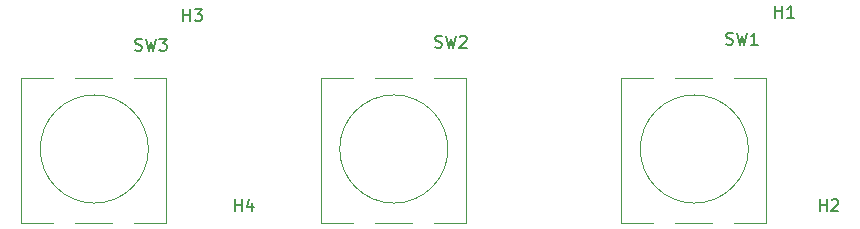
<source format=gbr>
%TF.GenerationSoftware,KiCad,Pcbnew,(6.0.2)*%
%TF.CreationDate,2022-03-25T16:36:57-07:00*%
%TF.ProjectId,buttons,62757474-6f6e-4732-9e6b-696361645f70,rev?*%
%TF.SameCoordinates,Original*%
%TF.FileFunction,Legend,Top*%
%TF.FilePolarity,Positive*%
%FSLAX46Y46*%
G04 Gerber Fmt 4.6, Leading zero omitted, Abs format (unit mm)*
G04 Created by KiCad (PCBNEW (6.0.2)) date 2022-03-25 16:36:57*
%MOMM*%
%LPD*%
G01*
G04 APERTURE LIST*
%ADD10C,0.150000*%
%ADD11C,0.120000*%
G04 APERTURE END LIST*
D10*
%TO.C,H4*%
X141478095Y-85152380D02*
X141478095Y-84152380D01*
X141478095Y-84628571D02*
X142049523Y-84628571D01*
X142049523Y-85152380D02*
X142049523Y-84152380D01*
X142954285Y-84485714D02*
X142954285Y-85152380D01*
X142716190Y-84104761D02*
X142478095Y-84819047D01*
X143097142Y-84819047D01*
%TO.C,SW1*%
X183070666Y-71016761D02*
X183213523Y-71064380D01*
X183451619Y-71064380D01*
X183546857Y-71016761D01*
X183594476Y-70969142D01*
X183642095Y-70873904D01*
X183642095Y-70778666D01*
X183594476Y-70683428D01*
X183546857Y-70635809D01*
X183451619Y-70588190D01*
X183261142Y-70540571D01*
X183165904Y-70492952D01*
X183118285Y-70445333D01*
X183070666Y-70350095D01*
X183070666Y-70254857D01*
X183118285Y-70159619D01*
X183165904Y-70112000D01*
X183261142Y-70064380D01*
X183499238Y-70064380D01*
X183642095Y-70112000D01*
X183975428Y-70064380D02*
X184213523Y-71064380D01*
X184404000Y-70350095D01*
X184594476Y-71064380D01*
X184832571Y-70064380D01*
X185737333Y-71064380D02*
X185165904Y-71064380D01*
X185451619Y-71064380D02*
X185451619Y-70064380D01*
X185356380Y-70207238D01*
X185261142Y-70302476D01*
X185165904Y-70350095D01*
%TO.C,SW3*%
X133032666Y-71524761D02*
X133175523Y-71572380D01*
X133413619Y-71572380D01*
X133508857Y-71524761D01*
X133556476Y-71477142D01*
X133604095Y-71381904D01*
X133604095Y-71286666D01*
X133556476Y-71191428D01*
X133508857Y-71143809D01*
X133413619Y-71096190D01*
X133223142Y-71048571D01*
X133127904Y-71000952D01*
X133080285Y-70953333D01*
X133032666Y-70858095D01*
X133032666Y-70762857D01*
X133080285Y-70667619D01*
X133127904Y-70620000D01*
X133223142Y-70572380D01*
X133461238Y-70572380D01*
X133604095Y-70620000D01*
X133937428Y-70572380D02*
X134175523Y-71572380D01*
X134366000Y-70858095D01*
X134556476Y-71572380D01*
X134794571Y-70572380D01*
X135080285Y-70572380D02*
X135699333Y-70572380D01*
X135366000Y-70953333D01*
X135508857Y-70953333D01*
X135604095Y-71000952D01*
X135651714Y-71048571D01*
X135699333Y-71143809D01*
X135699333Y-71381904D01*
X135651714Y-71477142D01*
X135604095Y-71524761D01*
X135508857Y-71572380D01*
X135223142Y-71572380D01*
X135127904Y-71524761D01*
X135080285Y-71477142D01*
%TO.C,H2*%
X191008095Y-85152380D02*
X191008095Y-84152380D01*
X191008095Y-84628571D02*
X191579523Y-84628571D01*
X191579523Y-85152380D02*
X191579523Y-84152380D01*
X192008095Y-84247619D02*
X192055714Y-84200000D01*
X192150952Y-84152380D01*
X192389047Y-84152380D01*
X192484285Y-84200000D01*
X192531904Y-84247619D01*
X192579523Y-84342857D01*
X192579523Y-84438095D01*
X192531904Y-84580952D01*
X191960476Y-85152380D01*
X192579523Y-85152380D01*
%TO.C,H1*%
X187247898Y-68774855D02*
X187247898Y-67774855D01*
X187247898Y-68251046D02*
X187819326Y-68251046D01*
X187819326Y-68774855D02*
X187819326Y-67774855D01*
X188819326Y-68774855D02*
X188247898Y-68774855D01*
X188533612Y-68774855D02*
X188533612Y-67774855D01*
X188438374Y-67917713D01*
X188343136Y-68012951D01*
X188247898Y-68060570D01*
%TO.C,SW2*%
X158432666Y-71270761D02*
X158575523Y-71318380D01*
X158813619Y-71318380D01*
X158908857Y-71270761D01*
X158956476Y-71223142D01*
X159004095Y-71127904D01*
X159004095Y-71032666D01*
X158956476Y-70937428D01*
X158908857Y-70889809D01*
X158813619Y-70842190D01*
X158623142Y-70794571D01*
X158527904Y-70746952D01*
X158480285Y-70699333D01*
X158432666Y-70604095D01*
X158432666Y-70508857D01*
X158480285Y-70413619D01*
X158527904Y-70366000D01*
X158623142Y-70318380D01*
X158861238Y-70318380D01*
X159004095Y-70366000D01*
X159337428Y-70318380D02*
X159575523Y-71318380D01*
X159766000Y-70604095D01*
X159956476Y-71318380D01*
X160194571Y-70318380D01*
X160527904Y-70413619D02*
X160575523Y-70366000D01*
X160670761Y-70318380D01*
X160908857Y-70318380D01*
X161004095Y-70366000D01*
X161051714Y-70413619D01*
X161099333Y-70508857D01*
X161099333Y-70604095D01*
X161051714Y-70746952D01*
X160480285Y-71318380D01*
X161099333Y-71318380D01*
%TO.C,H3*%
X137127240Y-69046842D02*
X137127240Y-68046842D01*
X137127240Y-68523033D02*
X137698668Y-68523033D01*
X137698668Y-69046842D02*
X137698668Y-68046842D01*
X138079621Y-68046842D02*
X138698668Y-68046842D01*
X138365335Y-68427795D01*
X138508192Y-68427795D01*
X138603430Y-68475414D01*
X138651049Y-68523033D01*
X138698668Y-68618271D01*
X138698668Y-68856366D01*
X138651049Y-68951604D01*
X138603430Y-68999223D01*
X138508192Y-69046842D01*
X138222478Y-69046842D01*
X138127240Y-68999223D01*
X138079621Y-68951604D01*
D11*
%TO.C,SW1*%
X174190000Y-73850000D02*
X176910000Y-73850000D01*
X183770000Y-73850000D02*
X186490000Y-73850000D01*
X181910000Y-86150000D02*
X178770000Y-86150000D01*
X186490000Y-86150000D02*
X183770000Y-86150000D01*
X178770000Y-73850000D02*
X181910000Y-73850000D01*
X174190000Y-86150000D02*
X174190000Y-73850000D01*
X176910000Y-86150000D02*
X174190000Y-86150000D01*
X186490000Y-73850000D02*
X186490000Y-86150000D01*
X184959050Y-79900000D02*
G75*
G03*
X184959050Y-79900000I-4579050J0D01*
G01*
%TO.C,SW3*%
X127970000Y-73850000D02*
X131110000Y-73850000D01*
X135690000Y-73850000D02*
X135690000Y-86150000D01*
X123390000Y-86150000D02*
X123390000Y-73850000D01*
X135690000Y-86150000D02*
X132970000Y-86150000D01*
X132970000Y-73850000D02*
X135690000Y-73850000D01*
X131110000Y-86150000D02*
X127970000Y-86150000D01*
X126110000Y-86150000D02*
X123390000Y-86150000D01*
X123390000Y-73850000D02*
X126110000Y-73850000D01*
X134159050Y-79900000D02*
G75*
G03*
X134159050Y-79900000I-4579050J0D01*
G01*
%TO.C,SW2*%
X161050000Y-86150000D02*
X158330000Y-86150000D01*
X161050000Y-73850000D02*
X161050000Y-86150000D01*
X148750000Y-86150000D02*
X148750000Y-73850000D01*
X158330000Y-73850000D02*
X161050000Y-73850000D01*
X148750000Y-73850000D02*
X151470000Y-73850000D01*
X153330000Y-73850000D02*
X156470000Y-73850000D01*
X156470000Y-86150000D02*
X153330000Y-86150000D01*
X151470000Y-86150000D02*
X148750000Y-86150000D01*
X159519050Y-79900000D02*
G75*
G03*
X159519050Y-79900000I-4579050J0D01*
G01*
%TD*%
M02*

</source>
